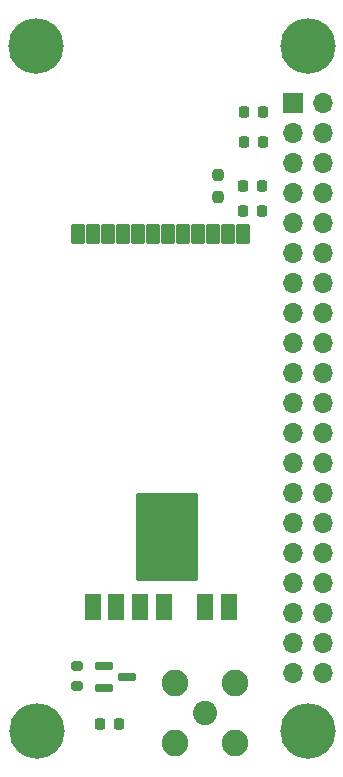
<source format=gts>
%TF.GenerationSoftware,KiCad,Pcbnew,7.0.6*%
%TF.CreationDate,2024-05-06T19:07:49-07:00*%
%TF.ProjectId,2400_TCXO_RPi,32343030-5f54-4435-984f-5f5250692e6b,1.0*%
%TF.SameCoordinates,Original*%
%TF.FileFunction,Soldermask,Top*%
%TF.FilePolarity,Negative*%
%FSLAX46Y46*%
G04 Gerber Fmt 4.6, Leading zero omitted, Abs format (unit mm)*
G04 Created by KiCad (PCBNEW 7.0.6) date 2024-05-06 19:07:49*
%MOMM*%
%LPD*%
G01*
G04 APERTURE LIST*
G04 Aperture macros list*
%AMRoundRect*
0 Rectangle with rounded corners*
0 $1 Rounding radius*
0 $2 $3 $4 $5 $6 $7 $8 $9 X,Y pos of 4 corners*
0 Add a 4 corners polygon primitive as box body*
4,1,4,$2,$3,$4,$5,$6,$7,$8,$9,$2,$3,0*
0 Add four circle primitives for the rounded corners*
1,1,$1+$1,$2,$3*
1,1,$1+$1,$4,$5*
1,1,$1+$1,$6,$7*
1,1,$1+$1,$8,$9*
0 Add four rect primitives between the rounded corners*
20,1,$1+$1,$2,$3,$4,$5,0*
20,1,$1+$1,$4,$5,$6,$7,0*
20,1,$1+$1,$6,$7,$8,$9,0*
20,1,$1+$1,$8,$9,$2,$3,0*%
G04 Aperture macros list end*
%ADD10RoundRect,0.237500X-0.237500X0.250000X-0.237500X-0.250000X0.237500X-0.250000X0.237500X0.250000X0*%
%ADD11RoundRect,0.063500X-0.660400X0.279400X-0.660400X-0.279400X0.660400X-0.279400X0.660400X0.279400X0*%
%ADD12C,4.700000*%
%ADD13RoundRect,0.225000X-0.225000X-0.250000X0.225000X-0.250000X0.225000X0.250000X-0.225000X0.250000X0*%
%ADD14RoundRect,0.218750X-0.218750X-0.256250X0.218750X-0.256250X0.218750X0.256250X-0.218750X0.256250X0*%
%ADD15RoundRect,0.063500X-0.487500X0.750000X-0.487500X-0.750000X0.487500X-0.750000X0.487500X0.750000X0*%
%ADD16RoundRect,0.063500X-0.650000X1.000000X-0.650000X-1.000000X0.650000X-1.000000X0.650000X1.000000X0*%
%ADD17RoundRect,0.063500X-2.550000X3.650000X-2.550000X-3.650000X2.550000X-3.650000X2.550000X3.650000X0*%
%ADD18RoundRect,0.200000X0.275000X-0.200000X0.275000X0.200000X-0.275000X0.200000X-0.275000X-0.200000X0*%
%ADD19C,2.050000*%
%ADD20C,2.250000*%
%ADD21R,1.700000X1.700000*%
%ADD22O,1.700000X1.700000*%
G04 APERTURE END LIST*
D10*
%TO.C,R1*%
X143880000Y-64291000D03*
X143880000Y-62466000D03*
%TD*%
D11*
%TO.C,Q2*%
X134297700Y-103997500D03*
X134297700Y-105902500D03*
X136177300Y-104950000D03*
%TD*%
D12*
%TO.C,H5*%
X128500000Y-51500000D03*
%TD*%
D13*
%TO.C,C13*%
X146140000Y-59642000D03*
X147690000Y-59642000D03*
%TD*%
D12*
%TO.C,H2*%
X151500000Y-51500000D03*
%TD*%
D14*
%TO.C,D1*%
X133925000Y-108900000D03*
X135500000Y-108900000D03*
%TD*%
D13*
%TO.C,C10*%
X146050000Y-65500000D03*
X147600000Y-65500000D03*
%TD*%
D15*
%TO.C,U2*%
X146060000Y-67460000D03*
X144790000Y-67460000D03*
X143520000Y-67460000D03*
X142250000Y-67460000D03*
X140980000Y-67460000D03*
X139710000Y-67460000D03*
X138440000Y-67460000D03*
X137170000Y-67460000D03*
X135900000Y-67460000D03*
X134630000Y-67460000D03*
X133360000Y-67460000D03*
X132090000Y-67460000D03*
D16*
X133310000Y-99000000D03*
X135310000Y-99000000D03*
X137310000Y-99000000D03*
X139310000Y-99000000D03*
X142830000Y-99000000D03*
X144830000Y-99000000D03*
D17*
X139560000Y-93100000D03*
%TD*%
D12*
%TO.C,H4*%
X151500000Y-109500000D03*
%TD*%
D18*
%TO.C,R10*%
X132012500Y-105700000D03*
X132012500Y-104050000D03*
%TD*%
D13*
%TO.C,C9*%
X146050000Y-63400000D03*
X147600000Y-63400000D03*
%TD*%
D12*
%TO.C,H3*%
X128550000Y-109500000D03*
%TD*%
D19*
%TO.C,J4*%
X142830000Y-107960000D03*
D20*
X140290000Y-105420000D03*
X140290000Y-110500000D03*
X145370000Y-105420000D03*
X145370000Y-110500000D03*
%TD*%
D13*
%TO.C,C12*%
X146140000Y-57132000D03*
X147690000Y-57132000D03*
%TD*%
D21*
%TO.C,J1*%
X150230000Y-56370000D03*
D22*
X152770000Y-56370000D03*
X150230000Y-58910000D03*
X152770000Y-58910000D03*
X150230000Y-61450000D03*
X152770000Y-61450000D03*
X150230000Y-63990000D03*
X152770000Y-63990000D03*
X150230000Y-66530000D03*
X152770000Y-66530000D03*
X150230000Y-69070000D03*
X152770000Y-69070000D03*
X150230000Y-71610000D03*
X152770000Y-71610000D03*
X150230000Y-74150000D03*
X152770000Y-74150000D03*
X150230000Y-76690000D03*
X152770000Y-76690000D03*
X150230000Y-79230000D03*
X152770000Y-79230000D03*
X150230000Y-81770000D03*
X152770000Y-81770000D03*
X150230000Y-84310000D03*
X152770000Y-84310000D03*
X150230000Y-86850000D03*
X152770000Y-86850000D03*
X150230000Y-89390000D03*
X152770000Y-89390000D03*
X150230000Y-91930000D03*
X152770000Y-91930000D03*
X150230000Y-94470000D03*
X152770000Y-94470000D03*
X150230000Y-97010000D03*
X152770000Y-97010000D03*
X150230000Y-99550000D03*
X152770000Y-99550000D03*
X150230000Y-102090000D03*
X152770000Y-102090000D03*
X150230000Y-104630000D03*
X152770000Y-104630000D03*
%TD*%
M02*

</source>
